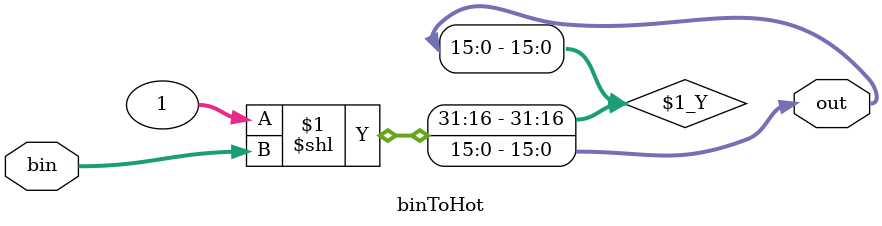
<source format=v>

module binToHot#(parameter BIN_W = 4, parameter ONE_HOT_W = 16)(bin, out);
   
    input [BIN_W-1:0] bin;
    output [ONE_HOT_W-1:0] out;
    assign out = 1 << bin;

endmodule




</source>
